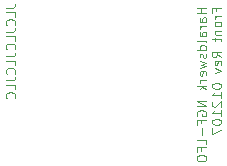
<source format=gbr>
G04 #@! TF.GenerationSoftware,KiCad,Pcbnew,(5.1.10)-1*
G04 #@! TF.CreationDate,2021-08-28T07:34:49+02:00*
G04 #@! TF.ProjectId,Haraldswerk NGF-E LFO Front,48617261-6c64-4737-9765-726b204e4746,rev?*
G04 #@! TF.SameCoordinates,Original*
G04 #@! TF.FileFunction,Legend,Bot*
G04 #@! TF.FilePolarity,Positive*
%FSLAX46Y46*%
G04 Gerber Fmt 4.6, Leading zero omitted, Abs format (unit mm)*
G04 Created by KiCad (PCBNEW (5.1.10)-1) date 2021-08-28 07:34:49*
%MOMM*%
%LPD*%
G01*
G04 APERTURE LIST*
%ADD10C,0.100000*%
G04 APERTURE END LIST*
D10*
X17491904Y-1525476D02*
X16691904Y-1525476D01*
X17072857Y-1525476D02*
X17072857Y-1982619D01*
X17491904Y-1982619D02*
X16691904Y-1982619D01*
X17491904Y-2706428D02*
X17072857Y-2706428D01*
X16996666Y-2668333D01*
X16958571Y-2592142D01*
X16958571Y-2439761D01*
X16996666Y-2363571D01*
X17453809Y-2706428D02*
X17491904Y-2630238D01*
X17491904Y-2439761D01*
X17453809Y-2363571D01*
X17377619Y-2325476D01*
X17301428Y-2325476D01*
X17225238Y-2363571D01*
X17187142Y-2439761D01*
X17187142Y-2630238D01*
X17149047Y-2706428D01*
X17491904Y-3087380D02*
X16958571Y-3087380D01*
X17110952Y-3087380D02*
X17034761Y-3125476D01*
X16996666Y-3163571D01*
X16958571Y-3239761D01*
X16958571Y-3315952D01*
X17491904Y-3925476D02*
X17072857Y-3925476D01*
X16996666Y-3887380D01*
X16958571Y-3811190D01*
X16958571Y-3658809D01*
X16996666Y-3582619D01*
X17453809Y-3925476D02*
X17491904Y-3849285D01*
X17491904Y-3658809D01*
X17453809Y-3582619D01*
X17377619Y-3544523D01*
X17301428Y-3544523D01*
X17225238Y-3582619D01*
X17187142Y-3658809D01*
X17187142Y-3849285D01*
X17149047Y-3925476D01*
X17491904Y-4420714D02*
X17453809Y-4344523D01*
X17377619Y-4306428D01*
X16691904Y-4306428D01*
X17491904Y-5068333D02*
X16691904Y-5068333D01*
X17453809Y-5068333D02*
X17491904Y-4992142D01*
X17491904Y-4839761D01*
X17453809Y-4763571D01*
X17415714Y-4725476D01*
X17339523Y-4687380D01*
X17110952Y-4687380D01*
X17034761Y-4725476D01*
X16996666Y-4763571D01*
X16958571Y-4839761D01*
X16958571Y-4992142D01*
X16996666Y-5068333D01*
X17453809Y-5411190D02*
X17491904Y-5487380D01*
X17491904Y-5639761D01*
X17453809Y-5715952D01*
X17377619Y-5754047D01*
X17339523Y-5754047D01*
X17263333Y-5715952D01*
X17225238Y-5639761D01*
X17225238Y-5525476D01*
X17187142Y-5449285D01*
X17110952Y-5411190D01*
X17072857Y-5411190D01*
X16996666Y-5449285D01*
X16958571Y-5525476D01*
X16958571Y-5639761D01*
X16996666Y-5715952D01*
X16958571Y-6020714D02*
X17491904Y-6173095D01*
X17110952Y-6325476D01*
X17491904Y-6477857D01*
X16958571Y-6630238D01*
X17453809Y-7239761D02*
X17491904Y-7163571D01*
X17491904Y-7011190D01*
X17453809Y-6935000D01*
X17377619Y-6896904D01*
X17072857Y-6896904D01*
X16996666Y-6935000D01*
X16958571Y-7011190D01*
X16958571Y-7163571D01*
X16996666Y-7239761D01*
X17072857Y-7277857D01*
X17149047Y-7277857D01*
X17225238Y-6896904D01*
X17491904Y-7620714D02*
X16958571Y-7620714D01*
X17110952Y-7620714D02*
X17034761Y-7658809D01*
X16996666Y-7696904D01*
X16958571Y-7773095D01*
X16958571Y-7849285D01*
X17491904Y-8115952D02*
X16691904Y-8115952D01*
X17187142Y-8192142D02*
X17491904Y-8420714D01*
X16958571Y-8420714D02*
X17263333Y-8115952D01*
X17491904Y-9373095D02*
X16691904Y-9373095D01*
X17491904Y-9830238D01*
X16691904Y-9830238D01*
X16730000Y-10630238D02*
X16691904Y-10554047D01*
X16691904Y-10439761D01*
X16730000Y-10325476D01*
X16806190Y-10249285D01*
X16882380Y-10211190D01*
X17034761Y-10173095D01*
X17149047Y-10173095D01*
X17301428Y-10211190D01*
X17377619Y-10249285D01*
X17453809Y-10325476D01*
X17491904Y-10439761D01*
X17491904Y-10515952D01*
X17453809Y-10630238D01*
X17415714Y-10668333D01*
X17149047Y-10668333D01*
X17149047Y-10515952D01*
X17072857Y-11277857D02*
X17072857Y-11011190D01*
X17491904Y-11011190D02*
X16691904Y-11011190D01*
X16691904Y-11392142D01*
X17187142Y-11696904D02*
X17187142Y-12306428D01*
X17491904Y-13068333D02*
X17491904Y-12687380D01*
X16691904Y-12687380D01*
X17072857Y-13601666D02*
X17072857Y-13335000D01*
X17491904Y-13335000D02*
X16691904Y-13335000D01*
X16691904Y-13715952D01*
X16691904Y-14173095D02*
X16691904Y-14325476D01*
X16730000Y-14401666D01*
X16806190Y-14477857D01*
X16958571Y-14515952D01*
X17225238Y-14515952D01*
X17377619Y-14477857D01*
X17453809Y-14401666D01*
X17491904Y-14325476D01*
X17491904Y-14173095D01*
X17453809Y-14096904D01*
X17377619Y-14020714D01*
X17225238Y-13982619D01*
X16958571Y-13982619D01*
X16806190Y-14020714D01*
X16730000Y-14096904D01*
X16691904Y-14173095D01*
X18372857Y-1792142D02*
X18372857Y-1525476D01*
X18791904Y-1525476D02*
X17991904Y-1525476D01*
X17991904Y-1906428D01*
X18791904Y-2211190D02*
X18258571Y-2211190D01*
X18410952Y-2211190D02*
X18334761Y-2249285D01*
X18296666Y-2287380D01*
X18258571Y-2363571D01*
X18258571Y-2439761D01*
X18791904Y-2820714D02*
X18753809Y-2744523D01*
X18715714Y-2706428D01*
X18639523Y-2668333D01*
X18410952Y-2668333D01*
X18334761Y-2706428D01*
X18296666Y-2744523D01*
X18258571Y-2820714D01*
X18258571Y-2935000D01*
X18296666Y-3011190D01*
X18334761Y-3049285D01*
X18410952Y-3087380D01*
X18639523Y-3087380D01*
X18715714Y-3049285D01*
X18753809Y-3011190D01*
X18791904Y-2935000D01*
X18791904Y-2820714D01*
X18258571Y-3430238D02*
X18791904Y-3430238D01*
X18334761Y-3430238D02*
X18296666Y-3468333D01*
X18258571Y-3544523D01*
X18258571Y-3658809D01*
X18296666Y-3735000D01*
X18372857Y-3773095D01*
X18791904Y-3773095D01*
X18258571Y-4039761D02*
X18258571Y-4344523D01*
X17991904Y-4154047D02*
X18677619Y-4154047D01*
X18753809Y-4192142D01*
X18791904Y-4268333D01*
X18791904Y-4344523D01*
X18791904Y-5677857D02*
X18410952Y-5411190D01*
X18791904Y-5220714D02*
X17991904Y-5220714D01*
X17991904Y-5525476D01*
X18030000Y-5601666D01*
X18068095Y-5639761D01*
X18144285Y-5677857D01*
X18258571Y-5677857D01*
X18334761Y-5639761D01*
X18372857Y-5601666D01*
X18410952Y-5525476D01*
X18410952Y-5220714D01*
X18753809Y-6325476D02*
X18791904Y-6249285D01*
X18791904Y-6096904D01*
X18753809Y-6020714D01*
X18677619Y-5982619D01*
X18372857Y-5982619D01*
X18296666Y-6020714D01*
X18258571Y-6096904D01*
X18258571Y-6249285D01*
X18296666Y-6325476D01*
X18372857Y-6363571D01*
X18449047Y-6363571D01*
X18525238Y-5982619D01*
X18258571Y-6630238D02*
X18791904Y-6820714D01*
X18258571Y-7011190D01*
X17991904Y-8077857D02*
X17991904Y-8154047D01*
X18030000Y-8230238D01*
X18068095Y-8268333D01*
X18144285Y-8306428D01*
X18296666Y-8344523D01*
X18487142Y-8344523D01*
X18639523Y-8306428D01*
X18715714Y-8268333D01*
X18753809Y-8230238D01*
X18791904Y-8154047D01*
X18791904Y-8077857D01*
X18753809Y-8001666D01*
X18715714Y-7963571D01*
X18639523Y-7925476D01*
X18487142Y-7887380D01*
X18296666Y-7887380D01*
X18144285Y-7925476D01*
X18068095Y-7963571D01*
X18030000Y-8001666D01*
X17991904Y-8077857D01*
X18791904Y-9106428D02*
X18791904Y-8649285D01*
X18791904Y-8877857D02*
X17991904Y-8877857D01*
X18106190Y-8801666D01*
X18182380Y-8725476D01*
X18220476Y-8649285D01*
X18068095Y-9411190D02*
X18030000Y-9449285D01*
X17991904Y-9525476D01*
X17991904Y-9715952D01*
X18030000Y-9792142D01*
X18068095Y-9830238D01*
X18144285Y-9868333D01*
X18220476Y-9868333D01*
X18334761Y-9830238D01*
X18791904Y-9373095D01*
X18791904Y-9868333D01*
X18791904Y-10630238D02*
X18791904Y-10173095D01*
X18791904Y-10401666D02*
X17991904Y-10401666D01*
X18106190Y-10325476D01*
X18182380Y-10249285D01*
X18220476Y-10173095D01*
X17991904Y-11125476D02*
X17991904Y-11201666D01*
X18030000Y-11277857D01*
X18068095Y-11315952D01*
X18144285Y-11354047D01*
X18296666Y-11392142D01*
X18487142Y-11392142D01*
X18639523Y-11354047D01*
X18715714Y-11315952D01*
X18753809Y-11277857D01*
X18791904Y-11201666D01*
X18791904Y-11125476D01*
X18753809Y-11049285D01*
X18715714Y-11011190D01*
X18639523Y-10973095D01*
X18487142Y-10935000D01*
X18296666Y-10935000D01*
X18144285Y-10973095D01*
X18068095Y-11011190D01*
X18030000Y-11049285D01*
X17991904Y-11125476D01*
X17991904Y-11658809D02*
X17991904Y-12192142D01*
X18791904Y-11849285D01*
X561904Y-1484047D02*
X1133333Y-1484047D01*
X1247619Y-1445952D01*
X1323809Y-1369761D01*
X1361904Y-1255476D01*
X1361904Y-1179285D01*
X1361904Y-2245952D02*
X1361904Y-1865000D01*
X561904Y-1865000D01*
X1285714Y-2969761D02*
X1323809Y-2931666D01*
X1361904Y-2817380D01*
X1361904Y-2741190D01*
X1323809Y-2626904D01*
X1247619Y-2550714D01*
X1171428Y-2512619D01*
X1019047Y-2474523D01*
X904761Y-2474523D01*
X752380Y-2512619D01*
X676190Y-2550714D01*
X599999Y-2626904D01*
X561904Y-2741190D01*
X561904Y-2817380D01*
X599999Y-2931666D01*
X638095Y-2969761D01*
X561904Y-3541190D02*
X1133333Y-3541190D01*
X1247619Y-3503095D01*
X1323809Y-3426904D01*
X1361904Y-3312619D01*
X1361904Y-3236428D01*
X1361904Y-4303095D02*
X1361904Y-3922142D01*
X561904Y-3922142D01*
X1285714Y-5026904D02*
X1323809Y-4988809D01*
X1361904Y-4874523D01*
X1361904Y-4798333D01*
X1323809Y-4684047D01*
X1247619Y-4607857D01*
X1171428Y-4569761D01*
X1019047Y-4531666D01*
X904761Y-4531666D01*
X752380Y-4569761D01*
X676190Y-4607857D01*
X599999Y-4684047D01*
X561904Y-4798333D01*
X561904Y-4874523D01*
X599999Y-4988809D01*
X638095Y-5026904D01*
X561904Y-5598333D02*
X1133333Y-5598333D01*
X1247619Y-5560238D01*
X1323809Y-5484047D01*
X1361904Y-5369761D01*
X1361904Y-5293571D01*
X1361904Y-6360238D02*
X1361904Y-5979285D01*
X561904Y-5979285D01*
X1285714Y-7084047D02*
X1323809Y-7045952D01*
X1361904Y-6931666D01*
X1361904Y-6855476D01*
X1323809Y-6741190D01*
X1247619Y-6665000D01*
X1171428Y-6626904D01*
X1019047Y-6588809D01*
X904761Y-6588809D01*
X752380Y-6626904D01*
X676190Y-6665000D01*
X599999Y-6741190D01*
X561904Y-6855476D01*
X561904Y-6931666D01*
X599999Y-7045952D01*
X638095Y-7084047D01*
X561904Y-7655476D02*
X1133333Y-7655476D01*
X1247619Y-7617380D01*
X1323809Y-7541190D01*
X1361904Y-7426904D01*
X1361904Y-7350714D01*
X1361904Y-8417380D02*
X1361904Y-8036428D01*
X561904Y-8036428D01*
X1285714Y-9141190D02*
X1323809Y-9103095D01*
X1361904Y-8988809D01*
X1361904Y-8912619D01*
X1323809Y-8798333D01*
X1247619Y-8722142D01*
X1171428Y-8684047D01*
X1019047Y-8645952D01*
X904761Y-8645952D01*
X752380Y-8684047D01*
X676190Y-8722142D01*
X599999Y-8798333D01*
X561904Y-8912619D01*
X561904Y-8988809D01*
X599999Y-9103095D01*
X638095Y-9141190D01*
M02*

</source>
